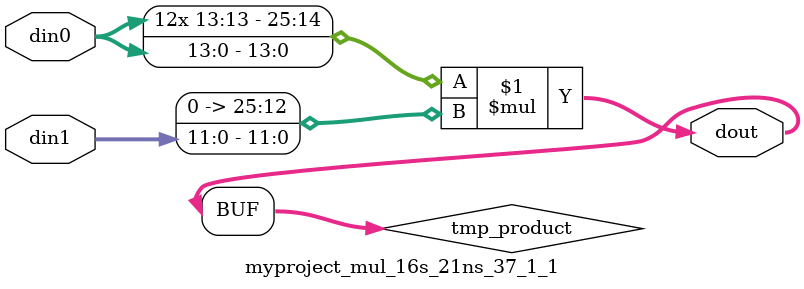
<source format=v>

`timescale 1 ns / 1 ps

  module myproject_mul_16s_21ns_37_1_1(din0, din1, dout);
parameter ID = 1;
parameter NUM_STAGE = 0;
parameter din0_WIDTH = 14;
parameter din1_WIDTH = 12;
parameter dout_WIDTH = 26;

input [din0_WIDTH - 1 : 0] din0; 
input [din1_WIDTH - 1 : 0] din1; 
output [dout_WIDTH - 1 : 0] dout;

wire signed [dout_WIDTH - 1 : 0] tmp_product;












assign tmp_product = $signed(din0) * $signed({1'b0, din1});









assign dout = tmp_product;







endmodule

</source>
